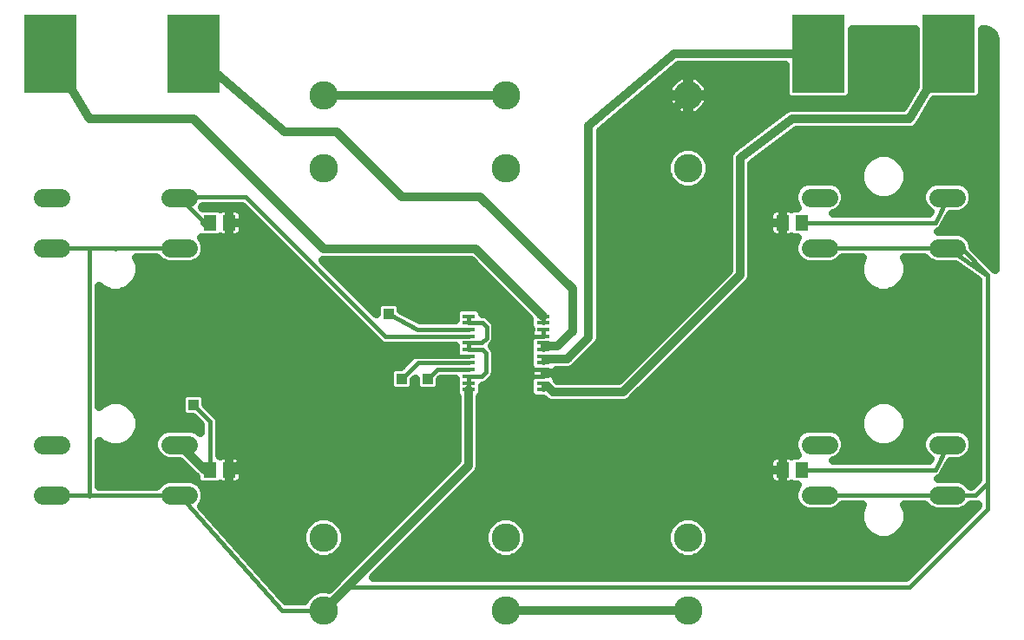
<source format=gbl>
G75*
%MOIN*%
%OFA0B0*%
%FSLAX25Y25*%
%IPPOS*%
%LPD*%
%AMOC8*
5,1,8,0,0,1.08239X$1,22.5*
%
%ADD10C,0.10950*%
%ADD11R,0.04921X0.01575*%
%ADD12R,0.20000X0.30000*%
%ADD13C,0.07050*%
%ADD14R,0.05118X0.05906*%
%ADD15C,0.03200*%
%ADD16C,0.01600*%
%ADD17R,0.03962X0.03962*%
%ADD18C,0.02400*%
D10*
X0137600Y0038600D03*
X0137600Y0066600D03*
X0207600Y0066600D03*
X0207600Y0038600D03*
X0277600Y0038600D03*
X0277600Y0066600D03*
X0277600Y0208600D03*
X0277600Y0236600D03*
X0207600Y0236600D03*
X0207600Y0208600D03*
X0137600Y0208600D03*
X0137600Y0236600D03*
D11*
X0193328Y0151675D03*
X0193328Y0149116D03*
X0193328Y0146557D03*
X0193328Y0143998D03*
X0193328Y0141439D03*
X0193328Y0138880D03*
X0193328Y0136320D03*
X0193328Y0133761D03*
X0193328Y0131202D03*
X0193328Y0128643D03*
X0193328Y0126084D03*
X0193328Y0123525D03*
X0221872Y0123525D03*
X0221872Y0126084D03*
X0221872Y0128643D03*
X0221872Y0131202D03*
X0221872Y0133761D03*
X0221872Y0136320D03*
X0221872Y0138880D03*
X0221872Y0141439D03*
X0221872Y0143998D03*
X0221872Y0146557D03*
X0221872Y0149116D03*
X0221872Y0151675D03*
D12*
X0327600Y0252600D03*
X0377600Y0252600D03*
X0087600Y0252600D03*
X0032600Y0252600D03*
D13*
X0029475Y0197400D02*
X0036525Y0197400D01*
X0036525Y0177800D02*
X0029475Y0177800D01*
X0078675Y0177800D02*
X0085725Y0177800D01*
X0085725Y0197400D02*
X0078675Y0197400D01*
X0078675Y0102400D02*
X0085725Y0102400D01*
X0085725Y0082800D02*
X0078675Y0082800D01*
X0036525Y0082800D02*
X0029475Y0082800D01*
X0029475Y0102400D02*
X0036525Y0102400D01*
X0324475Y0102400D02*
X0331525Y0102400D01*
X0331525Y0082800D02*
X0324475Y0082800D01*
X0373675Y0082800D02*
X0380725Y0082800D01*
X0380725Y0102400D02*
X0373675Y0102400D01*
X0373675Y0177800D02*
X0380725Y0177800D01*
X0380725Y0197400D02*
X0373675Y0197400D01*
X0331525Y0197400D02*
X0324475Y0197400D01*
X0324475Y0177800D02*
X0331525Y0177800D01*
D14*
X0321340Y0187600D03*
X0313860Y0187600D03*
X0313860Y0092600D03*
X0321340Y0092600D03*
X0101340Y0092600D03*
X0093860Y0092600D03*
X0093860Y0187600D03*
X0101340Y0187600D03*
D15*
X0099808Y0068372D02*
X0129377Y0068372D01*
X0129325Y0068246D02*
X0129325Y0064954D01*
X0130585Y0061913D01*
X0132913Y0059585D01*
X0135954Y0058325D01*
X0139246Y0058325D01*
X0142287Y0059585D01*
X0144615Y0061913D01*
X0145875Y0064954D01*
X0145875Y0068246D01*
X0144615Y0071287D01*
X0142287Y0073615D01*
X0139246Y0074875D01*
X0135954Y0074875D01*
X0132913Y0073615D01*
X0130585Y0071287D01*
X0129325Y0068246D01*
X0129325Y0065173D02*
X0102645Y0065173D01*
X0105481Y0061975D02*
X0130559Y0061975D01*
X0134865Y0058776D02*
X0108318Y0058776D01*
X0111155Y0055578D02*
X0148355Y0055578D01*
X0151554Y0058776D02*
X0140335Y0058776D01*
X0144641Y0061975D02*
X0154752Y0061975D01*
X0157951Y0065173D02*
X0145875Y0065173D01*
X0145823Y0068372D02*
X0161149Y0068372D01*
X0164348Y0071570D02*
X0144332Y0071570D01*
X0139503Y0074769D02*
X0167546Y0074769D01*
X0170745Y0077967D02*
X0091298Y0077967D01*
X0090611Y0078741D02*
X0091087Y0079217D01*
X0092050Y0081542D01*
X0092050Y0084058D01*
X0091087Y0086383D01*
X0090537Y0086933D01*
X0090744Y0086847D01*
X0096976Y0086847D01*
X0097861Y0087214D01*
X0098023Y0087147D01*
X0098525Y0087047D01*
X0101340Y0087047D01*
X0101340Y0092600D01*
X0101340Y0098153D01*
X0098525Y0098153D01*
X0098023Y0098053D01*
X0097861Y0097986D01*
X0097460Y0098152D01*
X0097460Y0112056D01*
X0096912Y0113379D01*
X0092381Y0117910D01*
X0092381Y0120138D01*
X0091955Y0121167D01*
X0091167Y0121955D01*
X0090138Y0122381D01*
X0085062Y0122381D01*
X0084033Y0121955D01*
X0083245Y0121167D01*
X0082819Y0120138D01*
X0082819Y0115062D01*
X0083245Y0114033D01*
X0084033Y0113245D01*
X0085062Y0112819D01*
X0087290Y0112819D01*
X0090260Y0109849D01*
X0090260Y0106810D01*
X0089308Y0107762D01*
X0086983Y0108725D01*
X0077417Y0108725D01*
X0075092Y0107762D01*
X0073313Y0105983D01*
X0072350Y0103658D01*
X0072350Y0101142D01*
X0073313Y0098817D01*
X0075092Y0097038D01*
X0077417Y0096075D01*
X0082302Y0096075D01*
X0088501Y0089877D01*
X0088501Y0089090D01*
X0088798Y0088373D01*
X0086983Y0089125D01*
X0077417Y0089125D01*
X0075092Y0088162D01*
X0073330Y0086400D01*
X0051200Y0086400D01*
X0051200Y0103760D01*
X0052417Y0102543D01*
X0055780Y0101150D01*
X0059420Y0101150D01*
X0062783Y0102543D01*
X0065357Y0105117D01*
X0066750Y0108480D01*
X0066750Y0112120D01*
X0065357Y0115483D01*
X0062783Y0118057D01*
X0059420Y0119450D01*
X0055780Y0119450D01*
X0052417Y0118057D01*
X0051200Y0116840D01*
X0051200Y0163360D01*
X0052417Y0162143D01*
X0055780Y0160750D01*
X0059420Y0160750D01*
X0062783Y0162143D01*
X0065357Y0164717D01*
X0066750Y0168080D01*
X0066750Y0171720D01*
X0065723Y0174200D01*
X0073330Y0174200D01*
X0075092Y0172438D01*
X0077417Y0171475D01*
X0086983Y0171475D01*
X0089308Y0172438D01*
X0091087Y0174217D01*
X0092050Y0176542D01*
X0092050Y0179058D01*
X0091087Y0181383D01*
X0090537Y0181933D01*
X0090744Y0181847D01*
X0096976Y0181847D01*
X0097861Y0182214D01*
X0098023Y0182147D01*
X0098525Y0182047D01*
X0101340Y0182047D01*
X0101340Y0187600D01*
X0101340Y0193153D01*
X0098525Y0193153D01*
X0098023Y0193053D01*
X0097861Y0192986D01*
X0096976Y0193353D01*
X0091338Y0193353D01*
X0090981Y0193711D01*
X0091087Y0193817D01*
X0091163Y0194000D01*
X0106109Y0194000D01*
X0159163Y0140946D01*
X0160486Y0140398D01*
X0188068Y0140398D01*
X0188068Y0137535D01*
X0188140Y0137361D01*
X0173045Y0137361D01*
X0171722Y0136813D01*
X0167290Y0132381D01*
X0165062Y0132381D01*
X0164033Y0131955D01*
X0163245Y0131167D01*
X0162819Y0130138D01*
X0162819Y0125062D01*
X0163245Y0124033D01*
X0164033Y0123245D01*
X0165062Y0122819D01*
X0170138Y0122819D01*
X0171167Y0123245D01*
X0171955Y0124033D01*
X0172381Y0125062D01*
X0172381Y0127290D01*
X0172819Y0127728D01*
X0172819Y0125062D01*
X0173245Y0124033D01*
X0174033Y0123245D01*
X0175062Y0122819D01*
X0180138Y0122819D01*
X0181167Y0123245D01*
X0181955Y0124033D01*
X0182381Y0125062D01*
X0182381Y0127290D01*
X0182694Y0127602D01*
X0188068Y0127602D01*
X0188068Y0122181D01*
X0188494Y0121152D01*
X0188928Y0120717D01*
X0188928Y0096151D01*
X0139533Y0046756D01*
X0139246Y0046875D01*
X0135954Y0046875D01*
X0132913Y0045615D01*
X0130585Y0043287D01*
X0130134Y0042200D01*
X0123019Y0042200D01*
X0090611Y0078741D01*
X0091894Y0081166D02*
X0173943Y0081166D01*
X0177142Y0084364D02*
X0091923Y0084364D01*
X0087616Y0090761D02*
X0051200Y0090761D01*
X0051200Y0087563D02*
X0074493Y0087563D01*
X0084418Y0093960D02*
X0051200Y0093960D01*
X0051200Y0097158D02*
X0074972Y0097158D01*
X0072675Y0100357D02*
X0051200Y0100357D01*
X0051200Y0103555D02*
X0051405Y0103555D01*
X0063795Y0103555D02*
X0072350Y0103555D01*
X0074084Y0106754D02*
X0066035Y0106754D01*
X0066750Y0109952D02*
X0090156Y0109952D01*
X0084260Y0113151D02*
X0066323Y0113151D01*
X0064491Y0116349D02*
X0082819Y0116349D01*
X0082819Y0119548D02*
X0051200Y0119548D01*
X0051200Y0122746D02*
X0188068Y0122746D01*
X0188068Y0125945D02*
X0182381Y0125945D01*
X0188928Y0119548D02*
X0092381Y0119548D01*
X0093942Y0116349D02*
X0188928Y0116349D01*
X0188928Y0113151D02*
X0097006Y0113151D01*
X0097460Y0109952D02*
X0188928Y0109952D01*
X0188928Y0106754D02*
X0097460Y0106754D01*
X0097460Y0103555D02*
X0188928Y0103555D01*
X0188928Y0100357D02*
X0097460Y0100357D01*
X0101340Y0098153D02*
X0101340Y0092600D01*
X0101340Y0092600D01*
X0101340Y0092600D01*
X0101340Y0087047D01*
X0104155Y0087047D01*
X0104658Y0087147D01*
X0105131Y0087343D01*
X0105557Y0087628D01*
X0105919Y0087990D01*
X0106203Y0088416D01*
X0106399Y0088889D01*
X0106499Y0089391D01*
X0106499Y0092600D01*
X0106499Y0095809D01*
X0106399Y0096311D01*
X0106203Y0096784D01*
X0105919Y0097210D01*
X0105557Y0097572D01*
X0105131Y0097857D01*
X0104658Y0098053D01*
X0104155Y0098153D01*
X0101340Y0098153D01*
X0101340Y0097158D02*
X0101340Y0097158D01*
X0101340Y0093960D02*
X0101340Y0093960D01*
X0101340Y0092600D02*
X0106499Y0092600D01*
X0101340Y0092600D01*
X0101340Y0092600D01*
X0101340Y0090761D02*
X0101340Y0090761D01*
X0101340Y0087563D02*
X0101340Y0087563D01*
X0105459Y0087563D02*
X0180340Y0087563D01*
X0183539Y0090761D02*
X0106499Y0090761D01*
X0106499Y0093960D02*
X0186737Y0093960D01*
X0188928Y0097158D02*
X0105953Y0097158D01*
X0093860Y0092600D02*
X0092000Y0092600D01*
X0082200Y0102400D01*
X0051200Y0125945D02*
X0162819Y0125945D01*
X0162819Y0129143D02*
X0051200Y0129143D01*
X0051200Y0132342D02*
X0164967Y0132342D01*
X0170449Y0135540D02*
X0051200Y0135540D01*
X0051200Y0138739D02*
X0188068Y0138739D01*
X0188068Y0150157D02*
X0174564Y0150157D01*
X0167381Y0154087D01*
X0167381Y0155138D01*
X0166955Y0156167D01*
X0166167Y0156955D01*
X0165138Y0157381D01*
X0160062Y0157381D01*
X0159033Y0156955D01*
X0158245Y0156167D01*
X0157819Y0155138D01*
X0157819Y0152472D01*
X0137091Y0173200D01*
X0194124Y0173200D01*
X0216611Y0150713D01*
X0216611Y0147771D01*
X0216811Y0147289D01*
X0216811Y0146557D01*
X0217223Y0146557D01*
X0217223Y0146557D01*
X0216811Y0146557D01*
X0216811Y0145513D01*
X0216858Y0145277D01*
X0216811Y0145041D01*
X0216811Y0143998D01*
X0217223Y0143998D01*
X0217223Y0143998D01*
X0216811Y0143998D01*
X0216811Y0143266D01*
X0216611Y0142783D01*
X0216611Y0132417D01*
X0216811Y0131934D01*
X0216811Y0131202D01*
X0216811Y0130159D01*
X0216858Y0129923D01*
X0216811Y0129687D01*
X0216811Y0128643D01*
X0216811Y0127911D01*
X0216611Y0127429D01*
X0216611Y0122181D01*
X0217037Y0121152D01*
X0217825Y0120364D01*
X0218854Y0119938D01*
X0221125Y0119938D01*
X0221156Y0119925D01*
X0222020Y0119925D01*
X0223075Y0118870D01*
X0224693Y0118200D01*
X0253475Y0118200D01*
X0255092Y0118870D01*
X0256330Y0120108D01*
X0300092Y0163870D01*
X0300092Y0163870D01*
X0301330Y0165108D01*
X0302000Y0166725D01*
X0302000Y0210400D01*
X0319067Y0223200D01*
X0362274Y0223200D01*
X0362818Y0223119D01*
X0363142Y0223200D01*
X0363475Y0223200D01*
X0363983Y0223410D01*
X0364516Y0223544D01*
X0364784Y0223742D01*
X0365092Y0223870D01*
X0365481Y0224259D01*
X0365923Y0224586D01*
X0366094Y0224872D01*
X0366330Y0225108D01*
X0366540Y0225615D01*
X0372051Y0234800D01*
X0388157Y0234800D01*
X0389186Y0235226D01*
X0389974Y0236014D01*
X0390400Y0237043D01*
X0390400Y0261961D01*
X0391301Y0261961D01*
X0391875Y0261923D01*
X0392985Y0261626D01*
X0393979Y0261051D01*
X0394792Y0260239D01*
X0395366Y0259244D01*
X0395663Y0258135D01*
X0395701Y0257561D01*
X0395701Y0169521D01*
X0395652Y0169639D01*
X0394639Y0170652D01*
X0387050Y0178241D01*
X0387050Y0179058D01*
X0386087Y0181383D01*
X0384308Y0183162D01*
X0381983Y0184125D01*
X0373418Y0184125D01*
X0373673Y0184231D01*
X0374244Y0184426D01*
X0374331Y0184503D01*
X0374439Y0184548D01*
X0374866Y0184975D01*
X0375318Y0185373D01*
X0375369Y0185478D01*
X0375452Y0185561D01*
X0375683Y0186118D01*
X0378111Y0191075D01*
X0381983Y0191075D01*
X0384308Y0192038D01*
X0386087Y0193817D01*
X0387050Y0196142D01*
X0387050Y0198658D01*
X0386087Y0200983D01*
X0384308Y0202762D01*
X0381983Y0203725D01*
X0372417Y0203725D01*
X0370092Y0202762D01*
X0368313Y0200983D01*
X0367350Y0198658D01*
X0367350Y0196142D01*
X0368313Y0193817D01*
X0370092Y0192038D01*
X0370485Y0191875D01*
X0370155Y0191200D01*
X0333085Y0191200D01*
X0335108Y0192038D01*
X0336887Y0193817D01*
X0337850Y0196142D01*
X0337850Y0198658D01*
X0336887Y0200983D01*
X0335108Y0202762D01*
X0332783Y0203725D01*
X0323217Y0203725D01*
X0320892Y0202762D01*
X0319113Y0200983D01*
X0318150Y0198658D01*
X0318150Y0196142D01*
X0319113Y0193817D01*
X0319577Y0193353D01*
X0318224Y0193353D01*
X0317339Y0192986D01*
X0317177Y0193053D01*
X0316675Y0193153D01*
X0313860Y0193153D01*
X0313860Y0187600D01*
X0313860Y0187600D01*
X0313860Y0182047D01*
X0316675Y0182047D01*
X0317177Y0182147D01*
X0317339Y0182214D01*
X0318224Y0181847D01*
X0319577Y0181847D01*
X0319113Y0181383D01*
X0318150Y0179058D01*
X0318150Y0176542D01*
X0319113Y0174217D01*
X0320892Y0172438D01*
X0323217Y0171475D01*
X0332783Y0171475D01*
X0335108Y0172438D01*
X0336870Y0174200D01*
X0344477Y0174200D01*
X0343450Y0171720D01*
X0343450Y0168080D01*
X0344843Y0164717D01*
X0347417Y0162143D01*
X0350780Y0160750D01*
X0354420Y0160750D01*
X0357783Y0162143D01*
X0360357Y0164717D01*
X0361750Y0168080D01*
X0361750Y0171720D01*
X0360723Y0174200D01*
X0368330Y0174200D01*
X0370092Y0172438D01*
X0372417Y0171475D01*
X0380133Y0171475D01*
X0389000Y0165487D01*
X0389000Y0089091D01*
X0386309Y0086400D01*
X0386070Y0086400D01*
X0384308Y0088162D01*
X0381983Y0089125D01*
X0373418Y0089125D01*
X0373673Y0089231D01*
X0374244Y0089426D01*
X0374331Y0089503D01*
X0374439Y0089548D01*
X0374866Y0089975D01*
X0375318Y0090373D01*
X0375369Y0090478D01*
X0375452Y0090561D01*
X0375683Y0091118D01*
X0378111Y0096075D01*
X0381983Y0096075D01*
X0384308Y0097038D01*
X0386087Y0098817D01*
X0387050Y0101142D01*
X0387050Y0103658D01*
X0386087Y0105983D01*
X0384308Y0107762D01*
X0381983Y0108725D01*
X0372417Y0108725D01*
X0370092Y0107762D01*
X0368313Y0105983D01*
X0367350Y0103658D01*
X0367350Y0101142D01*
X0368313Y0098817D01*
X0370092Y0097038D01*
X0370485Y0096875D01*
X0370155Y0096200D01*
X0333085Y0096200D01*
X0335108Y0097038D01*
X0336887Y0098817D01*
X0337850Y0101142D01*
X0337850Y0103658D01*
X0336887Y0105983D01*
X0335108Y0107762D01*
X0332783Y0108725D01*
X0323217Y0108725D01*
X0320892Y0107762D01*
X0319113Y0105983D01*
X0318150Y0103658D01*
X0318150Y0101142D01*
X0319113Y0098817D01*
X0319577Y0098353D01*
X0318224Y0098353D01*
X0317339Y0097986D01*
X0317177Y0098053D01*
X0316675Y0098153D01*
X0313860Y0098153D01*
X0313860Y0092600D01*
X0313860Y0092600D01*
X0313860Y0087047D01*
X0316675Y0087047D01*
X0317177Y0087147D01*
X0317339Y0087214D01*
X0318224Y0086847D01*
X0319577Y0086847D01*
X0319113Y0086383D01*
X0318150Y0084058D01*
X0318150Y0081542D01*
X0319113Y0079217D01*
X0320892Y0077438D01*
X0323217Y0076475D01*
X0332783Y0076475D01*
X0335108Y0077438D01*
X0336870Y0079200D01*
X0344477Y0079200D01*
X0343450Y0076720D01*
X0343450Y0073080D01*
X0344843Y0069717D01*
X0347417Y0067143D01*
X0350780Y0065750D01*
X0354420Y0065750D01*
X0357783Y0067143D01*
X0360357Y0069717D01*
X0361750Y0073080D01*
X0361750Y0076720D01*
X0360723Y0079200D01*
X0368330Y0079200D01*
X0370092Y0077438D01*
X0372417Y0076475D01*
X0381983Y0076475D01*
X0384308Y0077438D01*
X0386070Y0079200D01*
X0388516Y0079200D01*
X0389000Y0079400D01*
X0389000Y0079091D01*
X0361109Y0051200D01*
X0156423Y0051200D01*
X0195821Y0090598D01*
X0197058Y0091836D01*
X0197728Y0093453D01*
X0197728Y0120717D01*
X0198163Y0121152D01*
X0198589Y0122181D01*
X0198589Y0125066D01*
X0199071Y0125066D01*
X0200394Y0125614D01*
X0201407Y0126626D01*
X0202878Y0128097D01*
X0203426Y0129420D01*
X0203426Y0138295D01*
X0202878Y0139618D01*
X0202148Y0140348D01*
X0203152Y0141352D01*
X0203700Y0142675D01*
X0203700Y0148316D01*
X0203152Y0149639D01*
X0202139Y0150652D01*
X0200623Y0152168D01*
X0199300Y0152716D01*
X0198589Y0152716D01*
X0198589Y0153019D01*
X0198163Y0154048D01*
X0197375Y0154836D01*
X0196346Y0155262D01*
X0194075Y0155262D01*
X0194044Y0155275D01*
X0192612Y0155275D01*
X0192582Y0155262D01*
X0190311Y0155262D01*
X0189282Y0154836D01*
X0188494Y0154048D01*
X0188068Y0153019D01*
X0188068Y0150157D01*
X0188068Y0151533D02*
X0172049Y0151533D01*
X0167381Y0154732D02*
X0189177Y0154732D01*
X0197479Y0154732D02*
X0212592Y0154732D01*
X0209394Y0157930D02*
X0152361Y0157930D01*
X0149163Y0161129D02*
X0206195Y0161129D01*
X0202997Y0164327D02*
X0145964Y0164327D01*
X0142766Y0167526D02*
X0199798Y0167526D01*
X0196600Y0170724D02*
X0139567Y0170724D01*
X0137600Y0177600D02*
X0087600Y0227600D01*
X0047600Y0227600D01*
X0032600Y0252600D01*
X0087600Y0252600D02*
X0122600Y0222600D01*
X0142600Y0222600D01*
X0167600Y0197600D01*
X0197600Y0197600D01*
X0233079Y0162121D01*
X0233079Y0145962D01*
X0227234Y0140116D01*
X0222455Y0140116D01*
X0223895Y0135398D02*
X0231129Y0135398D01*
X0239392Y0143661D01*
X0239392Y0224832D01*
X0272160Y0252600D01*
X0327600Y0252600D01*
X0340400Y0253885D02*
X0364800Y0253885D01*
X0364800Y0250687D02*
X0340400Y0250687D01*
X0340400Y0247488D02*
X0364800Y0247488D01*
X0364800Y0244290D02*
X0340400Y0244290D01*
X0340400Y0241091D02*
X0364800Y0241091D01*
X0364800Y0239819D02*
X0360109Y0232000D01*
X0317913Y0232000D01*
X0317356Y0232080D01*
X0317045Y0232000D01*
X0316725Y0232000D01*
X0316205Y0231785D01*
X0315660Y0231645D01*
X0315404Y0231453D01*
X0315108Y0231330D01*
X0314710Y0230932D01*
X0295404Y0216453D01*
X0295108Y0216330D01*
X0294710Y0215932D01*
X0294260Y0215595D01*
X0294097Y0215319D01*
X0293870Y0215092D01*
X0293655Y0214573D01*
X0293368Y0214089D01*
X0293323Y0213771D01*
X0293200Y0213475D01*
X0293200Y0212913D01*
X0293120Y0212356D01*
X0293200Y0212045D01*
X0293200Y0169423D01*
X0250777Y0127000D01*
X0227390Y0127000D01*
X0227132Y0127258D01*
X0227132Y0127429D01*
X0226932Y0127911D01*
X0226932Y0128643D01*
X0226520Y0128643D01*
X0226932Y0128643D01*
X0226932Y0129687D01*
X0226885Y0129923D01*
X0226932Y0130159D01*
X0226932Y0130998D01*
X0232004Y0130998D01*
X0233622Y0131668D01*
X0241884Y0139931D01*
X0243122Y0141169D01*
X0243792Y0142786D01*
X0243792Y0222793D01*
X0273773Y0248200D01*
X0314800Y0248200D01*
X0314800Y0237043D01*
X0315226Y0236014D01*
X0316014Y0235226D01*
X0317043Y0234800D01*
X0338157Y0234800D01*
X0339186Y0235226D01*
X0339974Y0236014D01*
X0340400Y0237043D01*
X0340400Y0261961D01*
X0364800Y0261961D01*
X0364800Y0239819D01*
X0363644Y0237893D02*
X0340400Y0237893D01*
X0362600Y0227600D02*
X0317600Y0227600D01*
X0297600Y0212600D01*
X0297600Y0167600D01*
X0252600Y0122600D01*
X0225568Y0122600D01*
X0223404Y0124764D01*
X0226520Y0128643D02*
X0226520Y0128643D01*
X0226932Y0129143D02*
X0252921Y0129143D01*
X0256119Y0132342D02*
X0234295Y0132342D01*
X0237494Y0135540D02*
X0259318Y0135540D01*
X0262516Y0138739D02*
X0240692Y0138739D01*
X0243440Y0141937D02*
X0265715Y0141937D01*
X0268913Y0145136D02*
X0243792Y0145136D01*
X0243792Y0148334D02*
X0272112Y0148334D01*
X0275310Y0151533D02*
X0243792Y0151533D01*
X0243792Y0154732D02*
X0278509Y0154732D01*
X0281708Y0157930D02*
X0243792Y0157930D01*
X0243792Y0161129D02*
X0284906Y0161129D01*
X0288105Y0164327D02*
X0243792Y0164327D01*
X0243792Y0167526D02*
X0291303Y0167526D01*
X0293200Y0170724D02*
X0243792Y0170724D01*
X0243792Y0173923D02*
X0293200Y0173923D01*
X0293200Y0177121D02*
X0243792Y0177121D01*
X0243792Y0180320D02*
X0293200Y0180320D01*
X0293200Y0183518D02*
X0243792Y0183518D01*
X0243792Y0186717D02*
X0293200Y0186717D01*
X0293200Y0189915D02*
X0243792Y0189915D01*
X0243792Y0193114D02*
X0293200Y0193114D01*
X0293200Y0196312D02*
X0243792Y0196312D01*
X0243792Y0199511D02*
X0293200Y0199511D01*
X0293200Y0202709D02*
X0283412Y0202709D01*
X0282287Y0201585D02*
X0279246Y0200325D01*
X0275954Y0200325D01*
X0272913Y0201585D01*
X0270585Y0203913D01*
X0269325Y0206954D01*
X0269325Y0210246D01*
X0270585Y0213287D01*
X0272913Y0215615D01*
X0275954Y0216875D01*
X0279246Y0216875D01*
X0282287Y0215615D01*
X0284615Y0213287D01*
X0285875Y0210246D01*
X0285875Y0206954D01*
X0284615Y0203913D01*
X0282287Y0201585D01*
X0285442Y0205908D02*
X0293200Y0205908D01*
X0293200Y0209106D02*
X0285875Y0209106D01*
X0285022Y0212305D02*
X0293134Y0212305D01*
X0294206Y0215503D02*
X0282399Y0215503D01*
X0272801Y0215503D02*
X0243792Y0215503D01*
X0243792Y0212305D02*
X0270178Y0212305D01*
X0269325Y0209106D02*
X0243792Y0209106D01*
X0243792Y0205908D02*
X0269758Y0205908D01*
X0271788Y0202709D02*
X0243792Y0202709D01*
X0247600Y0206600D02*
X0247600Y0132600D01*
X0247508Y0132508D02*
X0245008Y0130008D01*
X0222787Y0130008D01*
X0222634Y0129855D01*
X0223597Y0135101D02*
X0223895Y0135398D01*
X0216611Y0135540D02*
X0203426Y0135540D01*
X0203426Y0132342D02*
X0216642Y0132342D01*
X0216811Y0131202D02*
X0217223Y0131202D01*
X0216811Y0131202D01*
X0217223Y0131202D02*
X0217223Y0131202D01*
X0216811Y0129143D02*
X0203311Y0129143D01*
X0200726Y0125945D02*
X0216611Y0125945D01*
X0216811Y0128643D02*
X0217223Y0128643D01*
X0217223Y0128643D01*
X0216811Y0128643D01*
X0216611Y0122746D02*
X0198589Y0122746D01*
X0197728Y0119548D02*
X0222397Y0119548D01*
X0197728Y0116349D02*
X0345709Y0116349D01*
X0344843Y0115483D02*
X0347417Y0118057D01*
X0350780Y0119450D01*
X0354420Y0119450D01*
X0357783Y0118057D01*
X0360357Y0115483D01*
X0361750Y0112120D01*
X0361750Y0108480D01*
X0360357Y0105117D01*
X0357783Y0102543D01*
X0354420Y0101150D01*
X0350780Y0101150D01*
X0347417Y0102543D01*
X0344843Y0105117D01*
X0343450Y0108480D01*
X0343450Y0112120D01*
X0344843Y0115483D01*
X0343877Y0113151D02*
X0197728Y0113151D01*
X0197728Y0109952D02*
X0343450Y0109952D01*
X0344165Y0106754D02*
X0336116Y0106754D01*
X0337850Y0103555D02*
X0346405Y0103555D01*
X0337525Y0100357D02*
X0367675Y0100357D01*
X0367350Y0103555D02*
X0358795Y0103555D01*
X0361035Y0106754D02*
X0369084Y0106754D01*
X0361750Y0109952D02*
X0389000Y0109952D01*
X0389000Y0106754D02*
X0385316Y0106754D01*
X0387050Y0103555D02*
X0389000Y0103555D01*
X0389000Y0100357D02*
X0386725Y0100357D01*
X0389000Y0097158D02*
X0384428Y0097158D01*
X0389000Y0093960D02*
X0377075Y0093960D01*
X0369972Y0097158D02*
X0335228Y0097158D01*
X0318475Y0100357D02*
X0197728Y0100357D01*
X0197728Y0103555D02*
X0318150Y0103555D01*
X0319884Y0106754D02*
X0197728Y0106754D01*
X0197728Y0097158D02*
X0309247Y0097158D01*
X0309281Y0097210D02*
X0308997Y0096784D01*
X0308801Y0096311D01*
X0308701Y0095809D01*
X0308701Y0092600D01*
X0313860Y0092600D01*
X0313860Y0092600D01*
X0313860Y0087047D01*
X0311045Y0087047D01*
X0310542Y0087147D01*
X0310069Y0087343D01*
X0309643Y0087628D01*
X0309281Y0087990D01*
X0308997Y0088416D01*
X0308801Y0088889D01*
X0308701Y0089391D01*
X0308701Y0092600D01*
X0313860Y0092600D01*
X0313860Y0098153D01*
X0311045Y0098153D01*
X0310542Y0098053D01*
X0310069Y0097857D01*
X0309643Y0097572D01*
X0309281Y0097210D01*
X0308701Y0093960D02*
X0197728Y0093960D01*
X0193328Y0094328D02*
X0193328Y0123525D01*
X0172819Y0125945D02*
X0172381Y0125945D01*
X0158171Y0141937D02*
X0051200Y0141937D01*
X0051200Y0145136D02*
X0154973Y0145136D01*
X0151774Y0148334D02*
X0051200Y0148334D01*
X0051200Y0151533D02*
X0148576Y0151533D01*
X0145377Y0154732D02*
X0051200Y0154732D01*
X0051200Y0157930D02*
X0142179Y0157930D01*
X0138980Y0161129D02*
X0060334Y0161129D01*
X0054866Y0161129D02*
X0051200Y0161129D01*
X0064967Y0164327D02*
X0135782Y0164327D01*
X0132583Y0167526D02*
X0066520Y0167526D01*
X0066750Y0170724D02*
X0129385Y0170724D01*
X0126186Y0173923D02*
X0090792Y0173923D01*
X0092050Y0177121D02*
X0122988Y0177121D01*
X0119789Y0180320D02*
X0091527Y0180320D01*
X0101340Y0182047D02*
X0104155Y0182047D01*
X0104658Y0182147D01*
X0105131Y0182343D01*
X0105557Y0182628D01*
X0105919Y0182990D01*
X0106203Y0183416D01*
X0106399Y0183889D01*
X0106499Y0184391D01*
X0106499Y0187600D01*
X0106499Y0190809D01*
X0106399Y0191311D01*
X0106203Y0191784D01*
X0105919Y0192210D01*
X0105557Y0192572D01*
X0105131Y0192857D01*
X0104658Y0193053D01*
X0104155Y0193153D01*
X0101340Y0193153D01*
X0101340Y0187600D01*
X0101340Y0187600D01*
X0101340Y0187600D01*
X0101340Y0182047D01*
X0101340Y0183518D02*
X0101340Y0183518D01*
X0101340Y0186717D02*
X0101340Y0186717D01*
X0101340Y0187600D02*
X0101340Y0187600D01*
X0106499Y0187600D01*
X0101340Y0187600D01*
X0101340Y0189915D02*
X0101340Y0189915D01*
X0101340Y0193114D02*
X0101340Y0193114D01*
X0098329Y0193114D02*
X0097553Y0193114D01*
X0093860Y0187600D02*
X0092000Y0187600D01*
X0104352Y0193114D02*
X0106995Y0193114D01*
X0106499Y0189915D02*
X0110194Y0189915D01*
X0113392Y0186717D02*
X0106499Y0186717D01*
X0106246Y0183518D02*
X0116591Y0183518D01*
X0137600Y0177600D02*
X0195946Y0177600D01*
X0221872Y0151675D01*
X0215791Y0151533D02*
X0201258Y0151533D01*
X0203692Y0148334D02*
X0216611Y0148334D01*
X0216830Y0145136D02*
X0203700Y0145136D01*
X0203395Y0141937D02*
X0216611Y0141937D01*
X0216611Y0138739D02*
X0203242Y0138739D01*
X0157819Y0154732D02*
X0155560Y0154732D01*
X0073608Y0173923D02*
X0065838Y0173923D01*
X0137600Y0236600D02*
X0207600Y0236600D01*
X0243792Y0221900D02*
X0302667Y0221900D01*
X0298402Y0218702D02*
X0243792Y0218702D01*
X0246512Y0225099D02*
X0306932Y0225099D01*
X0311196Y0228297D02*
X0250287Y0228297D01*
X0254061Y0231496D02*
X0271338Y0231496D01*
X0271516Y0231264D02*
X0272264Y0230516D01*
X0273104Y0229871D01*
X0274021Y0229342D01*
X0274999Y0228937D01*
X0276021Y0228663D01*
X0277071Y0228525D01*
X0277375Y0228525D01*
X0277375Y0236375D01*
X0269525Y0236375D01*
X0269525Y0236071D01*
X0269663Y0235021D01*
X0269937Y0233999D01*
X0270342Y0233021D01*
X0270871Y0232104D01*
X0271516Y0231264D01*
X0269751Y0234694D02*
X0257836Y0234694D01*
X0261610Y0237893D02*
X0269626Y0237893D01*
X0269663Y0238179D02*
X0269525Y0237129D01*
X0269525Y0236825D01*
X0277375Y0236825D01*
X0277375Y0244675D01*
X0277071Y0244675D01*
X0276021Y0244537D01*
X0274999Y0244263D01*
X0274021Y0243858D01*
X0273104Y0243329D01*
X0272264Y0242684D01*
X0271516Y0241936D01*
X0270871Y0241096D01*
X0270342Y0240179D01*
X0269937Y0239201D01*
X0269663Y0238179D01*
X0270869Y0241091D02*
X0265385Y0241091D01*
X0269159Y0244290D02*
X0275099Y0244290D01*
X0277375Y0244290D02*
X0277825Y0244290D01*
X0277825Y0244675D02*
X0277825Y0236825D01*
X0277375Y0236825D01*
X0277375Y0236375D01*
X0277825Y0236375D01*
X0277825Y0236825D01*
X0285675Y0236825D01*
X0285675Y0237129D01*
X0285537Y0238179D01*
X0285263Y0239201D01*
X0284858Y0240179D01*
X0284329Y0241096D01*
X0283684Y0241936D01*
X0282936Y0242684D01*
X0282096Y0243329D01*
X0281179Y0243858D01*
X0280201Y0244263D01*
X0279179Y0244537D01*
X0278129Y0244675D01*
X0277825Y0244675D01*
X0280101Y0244290D02*
X0314800Y0244290D01*
X0314800Y0247488D02*
X0272934Y0247488D01*
X0277375Y0241091D02*
X0277825Y0241091D01*
X0277825Y0237893D02*
X0277375Y0237893D01*
X0277600Y0236600D02*
X0247600Y0206600D01*
X0277825Y0228525D02*
X0278129Y0228525D01*
X0279179Y0228663D01*
X0280201Y0228937D01*
X0281179Y0229342D01*
X0282096Y0229871D01*
X0282936Y0230516D01*
X0283684Y0231264D01*
X0284329Y0232104D01*
X0284858Y0233021D01*
X0285263Y0233999D01*
X0285537Y0235021D01*
X0285675Y0236071D01*
X0285675Y0236375D01*
X0277825Y0236375D01*
X0277825Y0228525D01*
X0277825Y0231496D02*
X0277375Y0231496D01*
X0277375Y0234694D02*
X0277825Y0234694D01*
X0283862Y0231496D02*
X0315461Y0231496D01*
X0314800Y0237893D02*
X0285574Y0237893D01*
X0285449Y0234694D02*
X0361725Y0234694D01*
X0370069Y0231496D02*
X0395701Y0231496D01*
X0395701Y0234694D02*
X0371988Y0234694D01*
X0368150Y0228297D02*
X0395701Y0228297D01*
X0395701Y0225099D02*
X0366321Y0225099D01*
X0362600Y0227600D02*
X0377600Y0252600D01*
X0390400Y0253885D02*
X0395701Y0253885D01*
X0395701Y0250687D02*
X0390400Y0250687D01*
X0390400Y0247488D02*
X0395701Y0247488D01*
X0395701Y0244290D02*
X0390400Y0244290D01*
X0390400Y0241091D02*
X0395701Y0241091D01*
X0395701Y0237893D02*
X0390400Y0237893D01*
X0395701Y0221900D02*
X0317334Y0221900D01*
X0313069Y0218702D02*
X0395701Y0218702D01*
X0395701Y0215503D02*
X0308804Y0215503D01*
X0304540Y0212305D02*
X0346665Y0212305D01*
X0347417Y0213057D02*
X0344843Y0210483D01*
X0343450Y0207120D01*
X0343450Y0203480D01*
X0344843Y0200117D01*
X0347417Y0197543D01*
X0350780Y0196150D01*
X0354420Y0196150D01*
X0357783Y0197543D01*
X0360357Y0200117D01*
X0361750Y0203480D01*
X0361750Y0207120D01*
X0360357Y0210483D01*
X0357783Y0213057D01*
X0354420Y0214450D01*
X0350780Y0214450D01*
X0347417Y0213057D01*
X0344273Y0209106D02*
X0302000Y0209106D01*
X0302000Y0205908D02*
X0343450Y0205908D01*
X0343769Y0202709D02*
X0335161Y0202709D01*
X0337497Y0199511D02*
X0345449Y0199511D01*
X0350388Y0196312D02*
X0337850Y0196312D01*
X0336184Y0193114D02*
X0369016Y0193114D01*
X0367350Y0196312D02*
X0354812Y0196312D01*
X0359751Y0199511D02*
X0367703Y0199511D01*
X0370039Y0202709D02*
X0361431Y0202709D01*
X0361750Y0205908D02*
X0395701Y0205908D01*
X0395701Y0209106D02*
X0360927Y0209106D01*
X0358535Y0212305D02*
X0395701Y0212305D01*
X0395701Y0202709D02*
X0384361Y0202709D01*
X0386697Y0199511D02*
X0395701Y0199511D01*
X0395701Y0196312D02*
X0387050Y0196312D01*
X0385384Y0193114D02*
X0395701Y0193114D01*
X0395701Y0189915D02*
X0377543Y0189915D01*
X0375976Y0186717D02*
X0395701Y0186717D01*
X0395701Y0183518D02*
X0383448Y0183518D01*
X0386527Y0180320D02*
X0395701Y0180320D01*
X0395701Y0177121D02*
X0388170Y0177121D01*
X0391369Y0173923D02*
X0395701Y0173923D01*
X0395701Y0170724D02*
X0394567Y0170724D01*
X0385982Y0167526D02*
X0361520Y0167526D01*
X0359967Y0164327D02*
X0389000Y0164327D01*
X0389000Y0161129D02*
X0355334Y0161129D01*
X0349866Y0161129D02*
X0297351Y0161129D01*
X0300550Y0164327D02*
X0345233Y0164327D01*
X0343680Y0167526D02*
X0302000Y0167526D01*
X0302000Y0170724D02*
X0343450Y0170724D01*
X0344362Y0173923D02*
X0336592Y0173923D01*
X0319408Y0173923D02*
X0302000Y0173923D01*
X0302000Y0177121D02*
X0318150Y0177121D01*
X0318673Y0180320D02*
X0302000Y0180320D01*
X0302000Y0183518D02*
X0308954Y0183518D01*
X0308997Y0183416D02*
X0309281Y0182990D01*
X0309643Y0182628D01*
X0310069Y0182343D01*
X0310542Y0182147D01*
X0311045Y0182047D01*
X0313860Y0182047D01*
X0313860Y0187600D01*
X0313860Y0187600D01*
X0313860Y0193153D01*
X0311045Y0193153D01*
X0310542Y0193053D01*
X0310069Y0192857D01*
X0309643Y0192572D01*
X0309281Y0192210D01*
X0308997Y0191784D01*
X0308801Y0191311D01*
X0308701Y0190809D01*
X0308701Y0187600D01*
X0313860Y0187600D01*
X0308701Y0187600D01*
X0308701Y0184391D01*
X0308801Y0183889D01*
X0308997Y0183416D01*
X0308701Y0186717D02*
X0302000Y0186717D01*
X0302000Y0189915D02*
X0308701Y0189915D01*
X0310848Y0193114D02*
X0302000Y0193114D01*
X0302000Y0196312D02*
X0318150Y0196312D01*
X0318503Y0199511D02*
X0302000Y0199511D01*
X0302000Y0202709D02*
X0320839Y0202709D01*
X0317647Y0193114D02*
X0316871Y0193114D01*
X0313860Y0193114D02*
X0313860Y0193114D01*
X0313860Y0189915D02*
X0313860Y0189915D01*
X0313860Y0187600D02*
X0313860Y0187600D01*
X0313860Y0186717D02*
X0313860Y0186717D01*
X0313860Y0183518D02*
X0313860Y0183518D01*
X0294153Y0157930D02*
X0389000Y0157930D01*
X0389000Y0154732D02*
X0290954Y0154732D01*
X0287756Y0151533D02*
X0389000Y0151533D01*
X0389000Y0148334D02*
X0284557Y0148334D01*
X0281359Y0145136D02*
X0389000Y0145136D01*
X0389000Y0141937D02*
X0278160Y0141937D01*
X0274961Y0138739D02*
X0389000Y0138739D01*
X0389000Y0135540D02*
X0271763Y0135540D01*
X0268564Y0132342D02*
X0389000Y0132342D01*
X0389000Y0129143D02*
X0265366Y0129143D01*
X0262167Y0125945D02*
X0389000Y0125945D01*
X0389000Y0122746D02*
X0258969Y0122746D01*
X0256330Y0120108D02*
X0256330Y0120108D01*
X0255770Y0119548D02*
X0389000Y0119548D01*
X0389000Y0116349D02*
X0359491Y0116349D01*
X0361323Y0113151D02*
X0389000Y0113151D01*
X0389000Y0090761D02*
X0375535Y0090761D01*
X0384907Y0087563D02*
X0387472Y0087563D01*
X0387876Y0077967D02*
X0384837Y0077967D01*
X0384678Y0074769D02*
X0361750Y0074769D01*
X0361233Y0077967D02*
X0369563Y0077967D01*
X0361125Y0071570D02*
X0381479Y0071570D01*
X0378281Y0068372D02*
X0359012Y0068372D01*
X0346188Y0068372D02*
X0285823Y0068372D01*
X0285875Y0068246D02*
X0284615Y0071287D01*
X0282287Y0073615D01*
X0279246Y0074875D01*
X0275954Y0074875D01*
X0272913Y0073615D01*
X0270585Y0071287D01*
X0269325Y0068246D01*
X0269325Y0064954D01*
X0270585Y0061913D01*
X0272913Y0059585D01*
X0275954Y0058325D01*
X0279246Y0058325D01*
X0282287Y0059585D01*
X0284615Y0061913D01*
X0285875Y0064954D01*
X0285875Y0068246D01*
X0285875Y0065173D02*
X0375082Y0065173D01*
X0371884Y0061975D02*
X0284641Y0061975D01*
X0280335Y0058776D02*
X0368685Y0058776D01*
X0365487Y0055578D02*
X0160800Y0055578D01*
X0163999Y0058776D02*
X0204865Y0058776D01*
X0205954Y0058325D02*
X0202913Y0059585D01*
X0200585Y0061913D01*
X0199325Y0064954D01*
X0199325Y0068246D01*
X0200585Y0071287D01*
X0202913Y0073615D01*
X0205954Y0074875D01*
X0209246Y0074875D01*
X0212287Y0073615D01*
X0214615Y0071287D01*
X0215875Y0068246D01*
X0215875Y0064954D01*
X0214615Y0061913D01*
X0212287Y0059585D01*
X0209246Y0058325D01*
X0205954Y0058325D01*
X0210335Y0058776D02*
X0274865Y0058776D01*
X0270559Y0061975D02*
X0214641Y0061975D01*
X0215875Y0065173D02*
X0269325Y0065173D01*
X0269377Y0068372D02*
X0215823Y0068372D01*
X0214332Y0071570D02*
X0270868Y0071570D01*
X0275697Y0074769D02*
X0209503Y0074769D01*
X0205697Y0074769D02*
X0179991Y0074769D01*
X0176793Y0071570D02*
X0200868Y0071570D01*
X0199377Y0068372D02*
X0173594Y0068372D01*
X0170396Y0065173D02*
X0199325Y0065173D01*
X0200559Y0061975D02*
X0167197Y0061975D01*
X0157602Y0052379D02*
X0362288Y0052379D01*
X0344075Y0071570D02*
X0284332Y0071570D01*
X0279503Y0074769D02*
X0343450Y0074769D01*
X0343967Y0077967D02*
X0335637Y0077967D01*
X0320363Y0077967D02*
X0183190Y0077967D01*
X0186388Y0081166D02*
X0318306Y0081166D01*
X0318277Y0084364D02*
X0189587Y0084364D01*
X0192785Y0087563D02*
X0309741Y0087563D01*
X0308701Y0090761D02*
X0195984Y0090761D01*
X0193328Y0094328D02*
X0137600Y0038600D01*
X0133798Y0045982D02*
X0119665Y0045982D01*
X0122501Y0042784D02*
X0130376Y0042784D01*
X0141958Y0049181D02*
X0116828Y0049181D01*
X0113991Y0052379D02*
X0145157Y0052379D01*
X0130868Y0071570D02*
X0096971Y0071570D01*
X0094135Y0074769D02*
X0135697Y0074769D01*
X0207600Y0038600D02*
X0277600Y0038600D01*
X0313860Y0087563D02*
X0313860Y0087563D01*
X0313860Y0090761D02*
X0313860Y0090761D01*
X0313860Y0092600D02*
X0313860Y0092600D01*
X0313860Y0093960D02*
X0313860Y0093960D01*
X0313860Y0097158D02*
X0313860Y0097158D01*
X0361750Y0170724D02*
X0381245Y0170724D01*
X0368608Y0173923D02*
X0360838Y0173923D01*
X0314800Y0241091D02*
X0284331Y0241091D01*
X0340400Y0257084D02*
X0364800Y0257084D01*
X0364800Y0260282D02*
X0340400Y0260282D01*
X0390400Y0260282D02*
X0394748Y0260282D01*
X0395701Y0257084D02*
X0390400Y0257084D01*
D16*
X0313860Y0206537D02*
X0313860Y0187600D01*
X0313860Y0092600D01*
X0321340Y0092600D02*
X0372400Y0092600D01*
X0377200Y0102400D01*
X0392600Y0087600D02*
X0392600Y0167400D01*
X0377200Y0177800D01*
X0328000Y0177800D01*
X0382400Y0177800D01*
X0392600Y0167600D01*
X0392600Y0077600D01*
X0362600Y0047600D01*
X0146600Y0047600D01*
X0137600Y0038600D01*
X0121400Y0038600D01*
X0082200Y0082800D01*
X0047800Y0082800D01*
X0047600Y0082600D01*
X0047600Y0177800D01*
X0033000Y0177800D01*
X0047600Y0177800D02*
X0082200Y0177800D01*
X0057800Y0177800D01*
X0057600Y0177600D01*
X0082200Y0197400D02*
X0092000Y0187600D01*
X0101340Y0187600D02*
X0101340Y0183860D01*
X0149470Y0135730D01*
X0150061Y0136320D01*
X0193328Y0136320D01*
X0166320Y0136320D01*
X0157600Y0127600D01*
X0167600Y0127600D02*
X0173761Y0133761D01*
X0193328Y0133761D01*
X0193328Y0131202D02*
X0181202Y0131202D01*
X0177600Y0127600D01*
X0193328Y0128643D02*
X0193328Y0126084D01*
X0193328Y0123525D01*
X0193328Y0128643D02*
X0193351Y0128666D01*
X0198355Y0128666D01*
X0199826Y0130136D01*
X0199826Y0137579D01*
X0198525Y0138880D01*
X0193328Y0138880D01*
X0193328Y0141439D01*
X0193363Y0141473D01*
X0198182Y0141473D01*
X0200100Y0143391D01*
X0200100Y0147600D01*
X0198584Y0149116D01*
X0193328Y0149116D01*
X0193328Y0151675D01*
X0193328Y0146557D02*
X0173643Y0146557D01*
X0162600Y0152600D01*
X0161202Y0143998D02*
X0107600Y0197600D01*
X0082400Y0197600D01*
X0082200Y0197400D01*
X0161202Y0143998D02*
X0193328Y0143998D01*
X0216424Y0142262D02*
X0216424Y0133023D01*
X0218224Y0131223D01*
X0221851Y0131223D01*
X0221872Y0131202D01*
X0222634Y0130440D01*
X0222634Y0129855D01*
X0221872Y0128643D02*
X0221872Y0131202D01*
X0221872Y0128643D02*
X0216557Y0128643D01*
X0212600Y0122600D01*
X0212600Y0082600D01*
X0207600Y0077600D01*
X0202600Y0077600D01*
X0197600Y0072600D01*
X0221872Y0123525D02*
X0221872Y0126084D01*
X0223192Y0124764D01*
X0223404Y0124764D01*
X0221872Y0133761D02*
X0221872Y0136320D01*
X0223091Y0135101D01*
X0223597Y0135101D01*
X0221872Y0138880D02*
X0221872Y0141439D01*
X0221872Y0140699D01*
X0222455Y0140116D01*
X0221872Y0143998D02*
X0218159Y0143998D01*
X0216424Y0142262D01*
X0221872Y0143998D02*
X0221872Y0146557D01*
X0221872Y0149116D02*
X0221872Y0151675D01*
X0149470Y0135730D02*
X0101340Y0092600D01*
X0093860Y0092600D02*
X0093860Y0111340D01*
X0087600Y0117600D01*
X0047800Y0082800D02*
X0033000Y0082800D01*
X0308571Y0212600D02*
X0313860Y0206537D01*
X0321340Y0187600D02*
X0372400Y0187600D01*
X0377200Y0197400D01*
X0392600Y0087600D02*
X0387800Y0082800D01*
X0377200Y0082800D01*
X0328000Y0082800D01*
D17*
X0197600Y0072600D03*
X0177600Y0127600D03*
X0167600Y0127600D03*
X0157600Y0127600D03*
X0162600Y0152600D03*
X0087600Y0117600D03*
X0087600Y0252600D03*
X0032600Y0252600D03*
X0308571Y0212600D03*
X0327600Y0252600D03*
X0377600Y0252600D03*
D18*
X0247600Y0132600D02*
X0247508Y0132508D01*
X0246202Y0131202D01*
M02*

</source>
